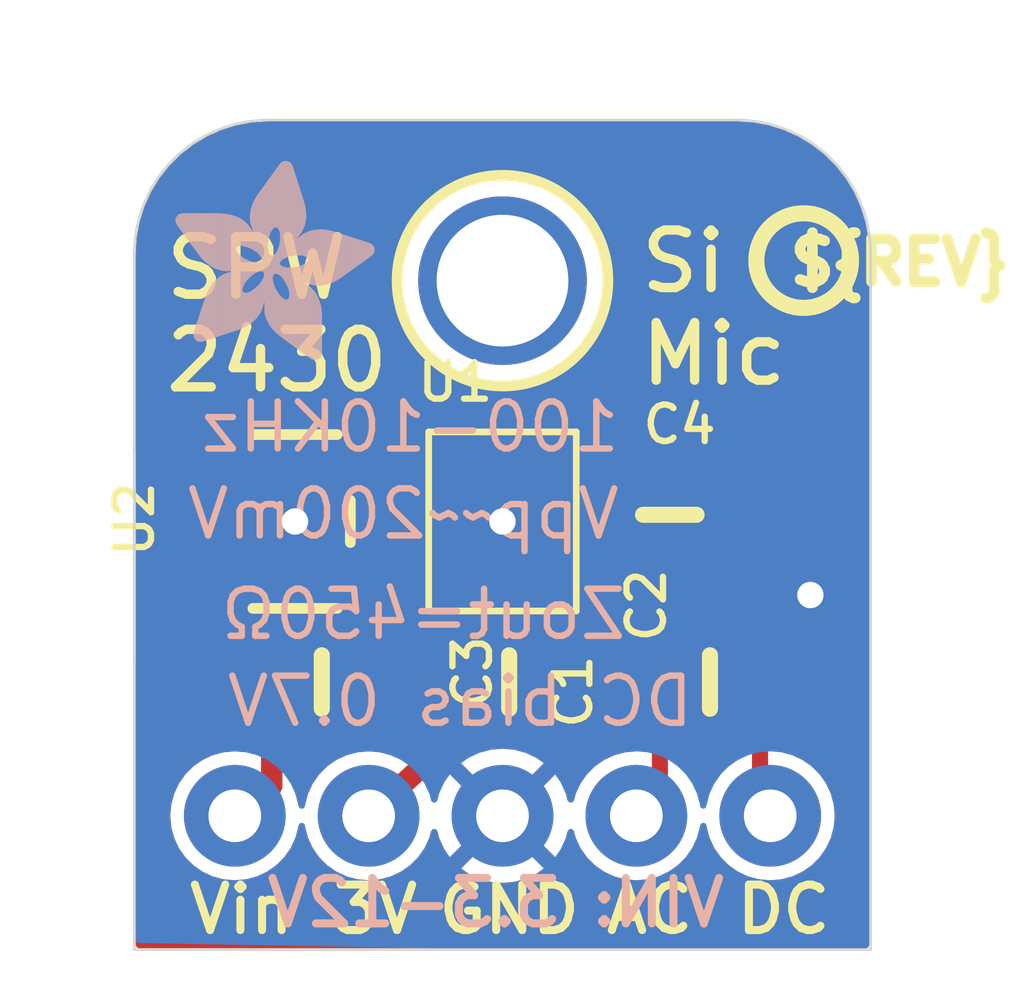
<source format=kicad_pcb>
(kicad_pcb (version 20221018) (generator pcbnew)
  (layers (0 "F.Cu" signal) (31 "B.Cu" signal) (34 "B.Paste" user) (35 "F.Paste" user) (36 "B.SilkS" user "B.Silkscreen") (37 "F.SilkS" user "F.Silkscreen") (38 "B.Mask" user) (39 "F.Mask" user) (44 "Edge.Cuts" user))
  (net 0 "")
  (net 1 "N$1")
  (net 2 "GND")
  (net 3 "VDD")
  (net 4 "N$2")
  (net 5 "VIN")
  (footprint "working:0805-NO" (layer "F.Cu") (at 148.6281 107.7976)
    (fp_text reference "C2" (at 2.6035 -0.6985 90) (layer "F.SilkS") (effects (font (size 0.692831 0.692831) (thickness 0.119969)) (justify left)))
    (fp_text value "0.1uF")
    (pad "1" smd rect (at -0.95 0) (size 1.3 1.5) (layers "F.Cu" "F.Paste" "F.Mask") (net 3 "VDD"))
    (pad "2" smd rect (at 0.95 0) (size 1.3 1.5) (layers "F.Cu" "F.Paste" "F.Mask") (net 2 "GND"))
  )
  (footprint "working:1X05_ROUND_76" (layer "F.Cu") (at 148.5011 110.3376)
    (fp_text reference "JP1" hide)
    (fp_text value "")
    (pad "1" thru_hole circle (at -5.08 0 90) (size 1.9304 1.9304) (drill 1) (layers "*.Cu" "*.Mask") (net 5 "VIN"))
    (pad "2" thru_hole circle (at -2.54 0 90) (size 1.9304 1.9304) (drill 1) (layers "*.Cu" "*.Mask") (net 3 "VDD"))
    (pad "3" thru_hole circle (at 0 0 90) (size 1.9304 1.9304) (drill 1) (layers "*.Cu" "*.Mask") (net 2 "GND"))
    (pad "4" thru_hole circle (at 2.54 0 90) (size 1.9304 1.9304) (drill 1) (layers "*.Cu" "*.Mask") (net 4 "N$2"))
    (pad "5" thru_hole circle (at 5.08 0 90) (size 1.9304 1.9304) (drill 1) (layers "*.Cu" "*.Mask") (net 1 "N$1"))
  )
  (footprint "working:SPW2430HR5H-B" (layer "F.Cu") (at 148.5011 104.7496 180)
    (fp_text reference "U1" (at 0.124 2.646) (layer "F.SilkS") (effects (font (size 0.692831 0.692831) (thickness 0.119969)) (justify right)))
    (fp_text value "SPW2430HR5H-B")
    (pad "1" smd rect (at -0.675 -1.095 180) (size 0.9 0.66) (layers "F.Cu" "F.Paste" "F.Mask") (net 1 "N$1"))
    (pad "2" smd rect (at -0.675 1.095 180) (size 0.9 0.66) (layers "F.Cu" "F.Paste" "F.Mask") (net 2 "GND"))
    (pad "3" smd rect (at 0.675 1.095 180) (size 0.9 0.66) (layers "F.Cu" "F.Paste" "F.Mask") (net 2 "GND"))
    (pad "4" smd rect (at 0.675 -1.095 180) (size 0.9 0.66) (layers "F.Cu" "F.Paste" "F.Mask") (net 3 "VDD"))
  )
  (footprint "working:SOT23-5" (layer "F.Cu") (at 144.5641 104.7496 -90)
    (fp_text reference "U2" (at -0.816 3.048 90) (layer "F.SilkS") (effects (font (size 0.692831 0.692831) (thickness 0.119969)) (justify right)))
    (fp_text value "MIC5225-3.3")
    (pad "1" smd rect (at -0.95 1.3001 270) (size 0.55 1.2) (layers "F.Cu" "F.Paste" "F.Mask") (net 5 "VIN"))
    (pad "2" smd rect (at 0 1.3001 270) (size 0.55 1.2) (layers "F.Cu" "F.Paste" "F.Mask") (net 2 "GND"))
    (pad "3" smd rect (at 0.95 1.3001 270) (size 0.55 1.2) (layers "F.Cu" "F.Paste" "F.Mask") (net 5 "VIN"))
    (pad "4" smd rect (at 0.95 -1.3001 270) (size 0.55 1.2) (layers "F.Cu" "F.Paste" "F.Mask"))
    (pad "5" smd rect (at -0.95 -1.3001 270) (size 0.55 1.2) (layers "F.Cu" "F.Paste" "F.Mask") (net 3 "VDD"))
  )
  (footprint "working:0805-NO" (layer "F.Cu") (at 145.0721 107.7976)
    (fp_text reference "C3" (at 2.8575 0.5715 90) (layer "F.SilkS") (effects (font (size 0.692831 0.692831) (thickness 0.119969)) (justify left)))
    (fp_text value "10uF")
    (pad "1" smd rect (at -0.95 0) (size 1.3 1.5) (layers "F.Cu" "F.Paste" "F.Mask") (net 5 "VIN"))
    (pad "2" smd rect (at 0.95 0) (size 1.3 1.5) (layers "F.Cu" "F.Paste" "F.Mask") (net 2 "GND"))
  )
  (footprint "working:0805-NO" (layer "F.Cu") (at 152.4381 107.7976)
    (fp_text reference "C1" (at -2.6035 -0.5715 90) (layer "F.SilkS") (effects (font (size 0.692831 0.692831) (thickness 0.119969)) (justify right)))
    (fp_text value "10uF")
    (pad "1" smd rect (at -0.95 0) (size 1.3 1.5) (layers "F.Cu" "F.Paste" "F.Mask") (net 4 "N$2"))
    (pad "2" smd rect (at 0.95 0) (size 1.3 1.5) (layers "F.Cu" "F.Paste" "F.Mask") (net 1 "N$1"))
  )
  (footprint "working:MOUNTINGHOLE_2.5_PLATED" (layer "F.Cu") (at 148.5011 100.1776)
    (fp_text reference "U$12" hide)
    (fp_text value "MOUNTINGHOLE2.5" hide)
    (pad "P$1" thru_hole circle (at 0 0) (size 3.2 3.2) (drill 2.5) (layers "*.Cu" "*.Mask"))
    (zone (net 0) (net_name "") (layer "F.Cu") (connect_pads (clearance 0)) (min_thickness 0.25)
      (keepout (tracks not_allowed) (vias not_allowed) (pads not_allowed) (copperpour not_allowed) (footprints allowed))
      (fill (thermal_gap 0.5) (thermal_bridge_width 0.5))
      (polygon (pts (xy 150.5171 100.1776) (xy 150.49748 99.897027) (xy 150.439004 99.621915) (xy 150.342808 99.357619) (xy 150.210765 99.109283) (xy 150.045446 98.88174) (xy 149.850067 98.67942) (xy 149.628433 98.50626) (xy 149.384856 98.365631) (xy 149.124078 98.26027) (xy 148.851175 98.192228) (xy 148.571457 98.162828) (xy 148.290371 98.172644) (xy 148.013385 98.221484) (xy 147.745893 98.308397) (xy 147.4931 98.431693) (xy 147.259926 98.58897) (xy 147.050911 98.777169) (xy 146.870122 98.992625) (xy 146.721078 99.231145) (xy 146.60668 99.488087) (xy 146.529154 99.75845) (xy 146.490011 100.036971) (xy 146.490011 100.318229) (xy 146.529154 100.59675) (xy 146.60668 100.867113) (xy 146.721078 101.124055) (xy 146.870122 101.362575) (xy 147.050911 101.578031) (xy 147.259926 101.76623) (xy 147.4931 101.923507) (xy 147.745893 102.046803) (xy 148.013385 102.133716) (xy 148.290371 102.182556) (xy 148.571457 102.192372) (xy 148.851175 102.162972) (xy 149.124078 102.09493) (xy 149.384856 101.989569) (xy 149.628433 101.84894) (xy 149.850067 101.67578) (xy 150.045446 101.47346) (xy 150.210765 101.245917) (xy 150.342808 100.997581) (xy 150.439004 100.733285) (xy 150.49748 100.458173)))
      (polygon (pts (xy 148.4851 100.1776) (xy 148.489786 100.188914) (xy 148.5011 100.1936) (xy 148.512414 100.188914) (xy 148.5171 100.1776) (xy 148.512414 100.166286) (xy 148.5011 100.1616) (xy 148.489786 100.166286)))
    )
    (zone (net 0) (net_name "") (layer "B.Cu") (connect_pads (clearance 0)) (min_thickness 0.25)
      (keepout (tracks not_allowed) (vias not_allowed) (pads not_allowed) (copperpour not_allowed) (footprints allowed))
      (fill (thermal_gap 0.5) (thermal_bridge_width 0.5))
      (polygon (pts (xy 150.5171 100.1776) (xy 150.49748 99.897027) (xy 150.439004 99.621915) (xy 150.342808 99.357619) (xy 150.210765 99.109283) (xy 150.045446 98.88174) (xy 149.850067 98.67942) (xy 149.628433 98.50626) (xy 149.384856 98.365631) (xy 149.124078 98.26027) (xy 148.851175 98.192228) (xy 148.571457 98.162828) (xy 148.290371 98.172644) (xy 148.013385 98.221484) (xy 147.745893 98.308397) (xy 147.4931 98.431693) (xy 147.259926 98.58897) (xy 147.050911 98.777169) (xy 146.870122 98.992625) (xy 146.721078 99.231145) (xy 146.60668 99.488087) (xy 146.529154 99.75845) (xy 146.490011 100.036971) (xy 146.490011 100.318229) (xy 146.529154 100.59675) (xy 146.60668 100.867113) (xy 146.721078 101.124055) (xy 146.870122 101.362575) (xy 147.050911 101.578031) (xy 147.259926 101.76623) (xy 147.4931 101.923507) (xy 147.745893 102.046803) (xy 148.013385 102.133716) (xy 148.290371 102.182556) (xy 148.571457 102.192372) (xy 148.851175 102.162972) (xy 149.124078 102.09493) (xy 149.384856 101.989569) (xy 149.628433 101.84894) (xy 149.850067 101.67578) (xy 150.045446 101.47346) (xy 150.210765 101.245917) (xy 150.342808 100.997581) (xy 150.439004 100.733285) (xy 150.49748 100.458173)))
      (polygon (pts (xy 148.4851 100.1776) (xy 148.489786 100.188914) (xy 148.5011 100.1936) (xy 148.512414 100.188914) (xy 148.5171 100.1776) (xy 148.512414 100.166286) (xy 148.5011 100.1616) (xy 148.489786 100.166286)))
    )
  )
  (footprint "working:PCBFEAT-REV-040" (layer "F.Cu") (at 154.2161 99.7966)
    (fp_text reference "U$13" hide)
    (fp_text value "" hide)
    (fp_text user "${REV}" (at -0.3556 0.508) (layer "F.SilkS") (effects (font (size 0.8128 0.8128) (thickness 0.2032)) (justify left bottom)))
  )
  (footprint "working:FIDUCIAL_1MM" (layer "F.Cu") (at 142.4051 107.1626)
    (fp_text reference "FID1" hide)
    (fp_text value "FIDUCIAL\"\"" hide)
    (pad "1" smd roundrect (at 0 0) (size 1 1) (layers "F.Cu" "F.Mask") (roundrect_rratio 0.5))
  )
  (footprint "working:FIDUCIAL_1MM" (layer "F.Cu") (at 153.9621 103.9876)
    (fp_text reference "FID2" hide)
    (fp_text value "FIDUCIAL\"\"" hide)
    (pad "1" smd roundrect (at 0 0) (size 1 1) (layers "F.Cu" "F.Mask") (roundrect_rratio 0.5))
  )
  (footprint "working:0805-NO" (layer "F.Cu") (at 151.6761 104.6226 -90)
    (fp_text reference "C4" (at -1.7145 0.5715) (layer "F.SilkS") (effects (font (size 0.692831 0.692831) (thickness 0.119969)) (justify left)))
    (fp_text value "10uF")
    (pad "1" smd rect (at -0.95 0 270) (size 1.3 1.5) (layers "F.Cu" "F.Paste" "F.Mask") (net 3 "VDD"))
    (pad "2" smd rect (at 0.95 0 270) (size 1.3 1.5) (layers "F.Cu" "F.Paste" "F.Mask") (net 2 "GND"))
  )
  (footprint "working:ADAFRUIT_3.5MM" (layer "B.Cu") (at 142.2781 101.7016 90)
    (fp_text reference "U$5" hide)
    (fp_text value "" hide)
  )
  (gr_arc (start 152.9461 97.1296) (mid 154.742151 97.873549) (end 155.4861 99.6696) (stroke (width 0.05)) (layer "Edge.Cuts"))
  (gr_line (start 155.4861 112.8776) (end 141.5161 112.8776) (stroke (width 0.05)) (layer "Edge.Cuts"))
  (gr_line (start 141.5161 112.8776) (end 141.5161 99.6696) (stroke (width 0.05)) (layer "Edge.Cuts"))
  (gr_line (start 144.0561 97.1296) (end 152.9461 97.1296) (stroke (width 0.05)) (layer "Edge.Cuts"))
  (gr_line (start 155.4861 99.6696) (end 155.4861 112.8776) (stroke (width 0.05)) (layer "Edge.Cuts"))
  (gr_arc (start 141.5161 99.6696) (mid 142.260049 97.873549) (end 144.0561 97.1296) (stroke (width 0.05)) (layer "Edge.Cuts"))
  (gr_text "VIN: 3.3-12V" (at 148.3741 111.9886) (layer "B.SilkS") (effects (font (size 0.8636 0.8636) (thickness 0.1524)) (justify mirror)))
  (gr_text "Zout=450Ω" (at 150.9141 107.0356) (layer "B.SilkS") (effects (font (size 0.89408 0.89408) (thickness 0.12192)) (justify left bottom mirror)))
  (gr_text "100-10KHz" (at 150.7871 103.4796) (layer "B.SilkS") (effects (font (size 0.89408 0.89408) (thickness 0.12192)) (justify left bottom mirror)))
  (gr_text "Vpp~~200mV " (at 150.7871 105.1306) (layer "B.SilkS") (effects (font (size 0.89408 0.89408) (thickness 0.12192)) (justify left bottom mirror)))
  (gr_text "DC bias 0.7V" (at 152.1841 108.6866) (layer "B.SilkS") (effects (font (size 0.89408 0.89408) (thickness 0.12192)) (justify left bottom mirror)))
  (gr_text "DC" (at 153.8351 112.1156) (layer "F.SilkS") (effects (font (size 0.8636 0.8636) (thickness 0.1524))))
  (gr_text "Si\nMic" (at 151.0411 102.2096) (layer "F.SilkS") (effects (font (size 1.0922 1.0922) (thickness 0.1778)) (justify left bottom)))
  (gr_text "AC" (at 151.2951 112.1156) (layer "F.SilkS") (effects (font (size 0.8636 0.8636) (thickness 0.1524))))
  (gr_text "GND" (at 148.6281 112.1156) (layer "F.SilkS") (effects (font (size 0.8636 0.8636) (thickness 0.1524))))
  (gr_text "Vin" (at 143.5481 112.1156) (layer "F.SilkS") (effects (font (size 0.8636 0.8636) (thickness 0.1524))))
  (gr_text "SPW\n2430" (at 142.0241 102.3366) (layer "F.SilkS") (effects (font (size 1.0922 1.0922) (thickness 0.1778)) (justify left bottom)))
  (gr_text "3V" (at 146.0881 112.1156) (layer "F.SilkS") (effects (font (size 0.8636 0.8636) (thickness 0.1524))))
  (segment (start 153.0731 106.6546) (end 153.3271 106.9086) (width 0.3048) (layer "F.Cu") (net 1))
  (segment (start 153.3271 106.9086) (end 153.3271 107.7366) (width 0.3048) (layer "F.Cu") (net 1))
  (segment (start 153.3881 107.7976) (end 153.3881 110.0176) (width 0.3048) (layer "F.Cu") (net 1))
  (segment (start 153.3271 107.7366) (end 153.3881 107.7976) (width 0.3048) (layer "F.Cu") (net 1))
  (segment (start 150.6601 106.6546) (end 153.0731 106.6546) (width 0.3048) (layer "F.Cu") (net 1))
  (segment (start 149.1761 105.8446) (end 149.8501 105.8446) (width 0.3048) (layer "F.Cu") (net 1))
  (segment (start 149.8501 105.8446) (end 150.6601 106.6546) (width 0.3048) (layer "F.Cu") (net 1))
  (segment (start 153.3881 110.0176) (end 153.5811 110.3376) (width 0.3048) (layer "F.Cu") (net 1))
  (via (at 154.3431 106.1466) (size 0.9064) (drill 0.5) (layers "F.Cu" "B.Cu") (net 2))
  (via (at 148.5011 104.7496) (size 0.9064) (drill 0.5) (layers "F.Cu" "B.Cu") (net 2))
  (via (at 144.5641 104.7496) (size 0.9064) (drill 0.5) (layers "F.Cu" "B.Cu") (net 2))
  (segment (start 150.9141 102.5906) (end 147.0732 102.5906) (width 0.3048) (layer "F.Cu") (net 3))
  (segment (start 151.6761 103.3526) (end 150.9141 102.5906) (width 0.3048) (layer "F.Cu") (net 3))
  (segment (start 147.9531 107.5226) (end 147.6781 107.7976) (width 0.4064) (layer "F.Cu") (net 3))
  (segment (start 147.6781 107.7976) (end 147.6781 108.7476) (width 0.4064) (layer "F.Cu") (net 3))
  (segment (start 145.8642 103.7996) (end 145.9081 103.7996) (width 0.4064) (layer "F.Cu") (net 3))
  (segment (start 147.6781 108.7476) (end 145.9611 110.3376) (width 0.4064) (layer "F.Cu") (net 3))
  (segment (start 147.0732 102.5906) (end 145.8642 103.7996) (width 0.3048) (layer "F.Cu") (net 3))
  (segment (start 145.9081 103.7996) (end 147.8261 105.8446) (width 0.4064) (layer "F.Cu") (net 3))
  (segment (start 151.6761 103.6726) (end 151.6761 103.3526) (width 0.3048) (layer "F.Cu") (net 3))
  (segment (start 147.8261 105.8446) (end 147.9531 107.5226) (width 0.4064) (layer "F.Cu") (net 3))
  (segment (start 151.4881 107.7976) (end 151.4881 110.0176) (width 0.3048) (layer "F.Cu") (net 4))
  (segment (start 151.4881 110.0176) (end 151.0411 110.3376) (width 0.3048) (layer "F.Cu") (net 4))
  (segment (start 142.0241 105.6996) (end 142.0241 103.7336) (width 0.4064) (layer "F.Cu") (net 5))
  (segment (start 143.4211 110.3376) (end 144.1221 109.7636) (width 0.4064) (layer "F.Cu") (net 5))
  (segment (start 144.1221 109.7636) (end 144.1221 107.7976) (width 0.4064) (layer "F.Cu") (net 5))
  (segment (start 143.264 105.6996) (end 142.0241 105.6996) (width 0.4064) (layer "F.Cu") (net 5))
  (segment (start 143.264 105.6996) (end 144.1221 106.5577) (width 0.4064) (layer "F.Cu") (net 5))
  (segment (start 142.0241 103.7336) (end 143.264 103.7336) (width 0.4064) (layer "F.Cu") (net 5))
  (segment (start 144.1221 106.5577) (end 144.1221 107.7976) (width 0.4064) (layer "F.Cu") (net 5))
  (segment (start 143.264 103.7336) (end 143.264 103.7996) (width 0.4064) (layer "F.Cu") (net 5))
  (zone (net 2) (net_name "GND") (layer "F.Cu") (priority 6) (connect_pads (clearance 0.254)) (min_thickness 0.127) (fill yes (thermal_gap 0.304) (thermal_bridge_width 0.304))
    (polygon (pts (xy 155.6131 113.0046) (xy 141.3891 113.0046) (xy 141.3891 96.8756) (xy 155.6131 96.8756)))
  )
  (zone (net 2) (net_name "GND") (layer "B.Cu") (priority 6) (connect_pads (clearance 0.254)) (min_thickness 0.127) (fill yes (thermal_gap 0.304) (thermal_bridge_width 0.304))
    (polygon (pts (xy 155.6131 113.00693) (xy 141.3891 112.748312) (xy 141.3891 96.8756) (xy 155.6131 96.8756)))
  )
)
</source>
